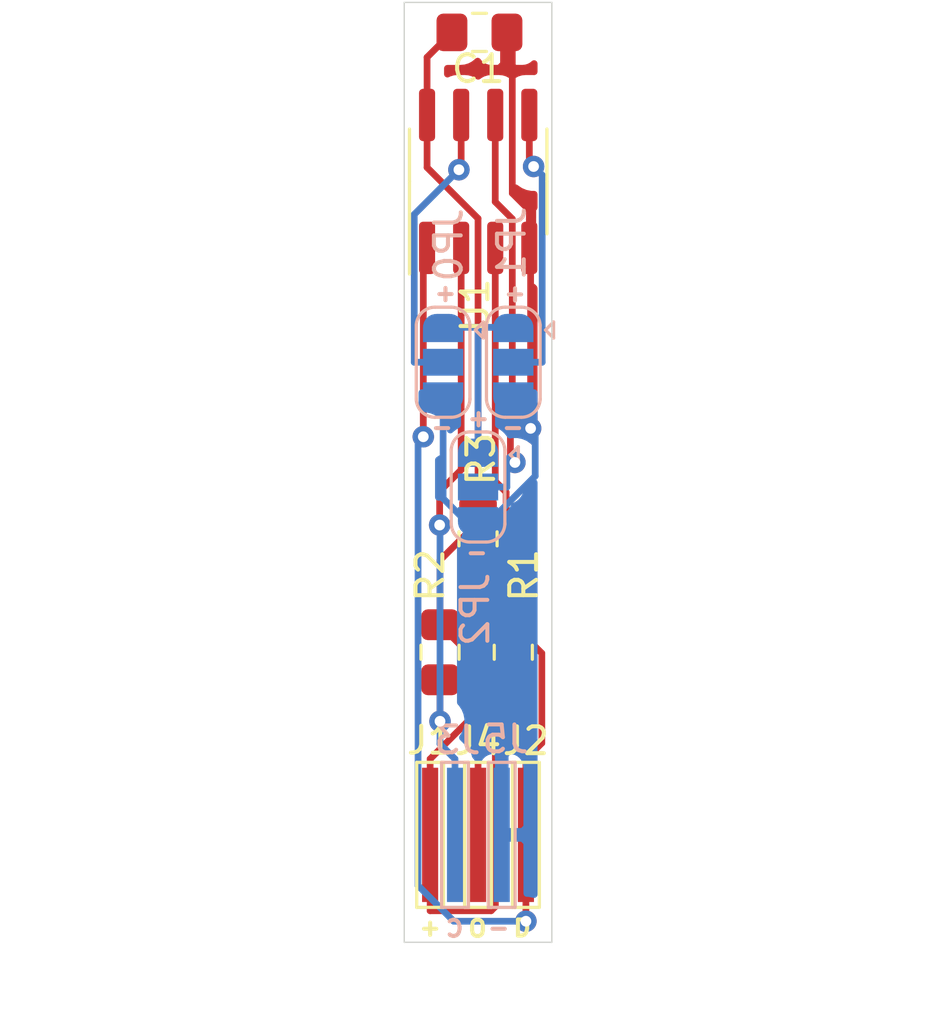
<source format=kicad_pcb>
(kicad_pcb (version 20171130) (host pcbnew 5.1.5+dfsg1-2build2)

  (general
    (thickness 1.6)
    (drawings 15)
    (tracks 92)
    (zones 0)
    (modules 13)
    (nets 10)
  )

  (page A4)
  (title_block
    (title "LM75A PROBE PCB")
    (company Galopago)
  )

  (layers
    (0 F.Cu signal)
    (31 B.Cu signal)
    (32 B.Adhes user)
    (33 F.Adhes user)
    (34 B.Paste user)
    (35 F.Paste user)
    (36 B.SilkS user)
    (37 F.SilkS user)
    (38 B.Mask user)
    (39 F.Mask user)
    (40 Dwgs.User user)
    (41 Cmts.User user)
    (42 Eco1.User user)
    (43 Eco2.User user)
    (44 Edge.Cuts user)
    (45 Margin user)
    (46 B.CrtYd user)
    (47 F.CrtYd user)
    (48 B.Fab user)
    (49 F.Fab user)
  )

  (setup
    (last_trace_width 0.25)
    (trace_clearance 0.2)
    (zone_clearance 0.508)
    (zone_45_only no)
    (trace_min 0.2)
    (via_size 0.8)
    (via_drill 0.4)
    (via_min_size 0.4)
    (via_min_drill 0.3)
    (uvia_size 0.3)
    (uvia_drill 0.1)
    (uvias_allowed no)
    (uvia_min_size 0.2)
    (uvia_min_drill 0.1)
    (edge_width 0.05)
    (segment_width 0.2)
    (pcb_text_width 0.3)
    (pcb_text_size 1.5 1.5)
    (mod_edge_width 0.12)
    (mod_text_size 1 1)
    (mod_text_width 0.15)
    (pad_size 0.6 5)
    (pad_drill 0)
    (pad_to_mask_clearance 0.051)
    (solder_mask_min_width 0.25)
    (aux_axis_origin 0 0)
    (visible_elements FFFFFF7F)
    (pcbplotparams
      (layerselection 0x010f0_ffffffff)
      (usegerberextensions false)
      (usegerberattributes false)
      (usegerberadvancedattributes false)
      (creategerberjobfile false)
      (excludeedgelayer true)
      (linewidth 0.100000)
      (plotframeref false)
      (viasonmask false)
      (mode 1)
      (useauxorigin false)
      (hpglpennumber 1)
      (hpglpenspeed 20)
      (hpglpendiameter 15.000000)
      (psnegative false)
      (psa4output false)
      (plotreference true)
      (plotvalue true)
      (plotinvisibletext false)
      (padsonsilk false)
      (subtractmaskfromsilk false)
      (outputformat 1)
      (mirror false)
      (drillshape 0)
      (scaleselection 1)
      (outputdirectory "gerber/single/"))
  )

  (net 0 "")
  (net 1 "Net-(C1-Pad2)")
  (net 2 "Net-(C1-Pad1)")
  (net 3 "Net-(JP0-Pad2)")
  (net 4 "Net-(JP0-Pad1)")
  (net 5 "Net-(JP1-Pad2)")
  (net 6 "Net-(JP2-Pad2)")
  (net 7 "Net-(J2-Pad1)")
  (net 8 "Net-(J3-Pad1)")
  (net 9 "Net-(J4-Pad1)")

  (net_class Default "This is the default net class."
    (clearance 0.2)
    (trace_width 0.25)
    (via_dia 0.8)
    (via_drill 0.4)
    (uvia_dia 0.3)
    (uvia_drill 0.1)
    (add_net "Net-(C1-Pad1)")
    (add_net "Net-(C1-Pad2)")
    (add_net "Net-(J2-Pad1)")
    (add_net "Net-(J3-Pad1)")
    (add_net "Net-(J4-Pad1)")
    (add_net "Net-(JP0-Pad1)")
    (add_net "Net-(JP0-Pad2)")
    (add_net "Net-(JP1-Pad2)")
    (add_net "Net-(JP2-Pad2)")
  )

  (module STRANDEDWIRE:StrandedWire_Pad_0.6x5.0mm (layer B.Cu) (tedit 61D26C2F) (tstamp 61D3AAC5)
    (at 103.632 131)
    (descr "SMD rectangular pad for stranded wire soldering, rectangular 0.6mm side length x 5.0mm side width")
    (tags "stranded wire SMD pad rectangle ")
    (path /61CD4D9A)
    (attr virtual)
    (fp_text reference J5 (at 0.1397 -3.5682) (layer B.SilkS)
      (effects (font (size 1 1) (thickness 0.15)) (justify mirror))
    )
    (fp_text value Conn_01x01_Female (at 0 -3.55) (layer B.Fab)
      (effects (font (size 1 1) (thickness 0.15)) (justify mirror))
    )
    (fp_line (start 0.8 -3) (end -0.8 -3) (layer B.CrtYd) (width 0.05))
    (fp_line (start 0.8 -3) (end 0.8 3) (layer B.CrtYd) (width 0.05))
    (fp_line (start -0.8 3) (end -0.8 -3) (layer B.CrtYd) (width 0.05))
    (fp_line (start -0.8 3) (end 0.8 3) (layer B.CrtYd) (width 0.05))
    (fp_line (start -0.5 -2.7) (end -0.5 2.7) (layer B.SilkS) (width 0.12))
    (fp_line (start 0.5 -2.7) (end -0.5 -2.7) (layer B.SilkS) (width 0.12))
    (fp_line (start 0.5 2.7) (end 0.5 -2.7) (layer B.SilkS) (width 0.12))
    (fp_line (start -0.5 2.7) (end 0.5 2.7) (layer B.SilkS) (width 0.12))
    (fp_text user %R (at 0 3.5) (layer B.Fab)
      (effects (font (size 1 1) (thickness 0.15)) (justify mirror))
    )
    (pad 1 smd rect (at 0 0) (size 0.6 5) (layers B.Cu B.Mask)
      (net 1 "Net-(C1-Pad2)"))
  )

  (module STRANDEDWIRE:StrandedWire_Pad_0.6x5.0mm (layer F.Cu) (tedit 61D26C2F) (tstamp 61D3AAB7)
    (at 102.75 131)
    (descr "SMD rectangular pad for stranded wire soldering, rectangular 0.6mm side length x 5.0mm side width")
    (tags "stranded wire SMD pad rectangle ")
    (path /61CD493C)
    (attr virtual)
    (fp_text reference J4 (at 0 -3.498) (layer F.SilkS)
      (effects (font (size 1 1) (thickness 0.15)))
    )
    (fp_text value Conn_01x01_Female (at 9.9117 6.2108) (layer F.Fab)
      (effects (font (size 1 1) (thickness 0.15)))
    )
    (fp_line (start 0.8 3) (end -0.8 3) (layer F.CrtYd) (width 0.05))
    (fp_line (start 0.8 3) (end 0.8 -3) (layer F.CrtYd) (width 0.05))
    (fp_line (start -0.8 -3) (end -0.8 3) (layer F.CrtYd) (width 0.05))
    (fp_line (start -0.8 -3) (end 0.8 -3) (layer F.CrtYd) (width 0.05))
    (fp_line (start -0.5 2.7) (end -0.5 -2.7) (layer F.SilkS) (width 0.12))
    (fp_line (start 0.5 2.7) (end -0.5 2.7) (layer F.SilkS) (width 0.12))
    (fp_line (start 0.5 -2.7) (end 0.5 2.7) (layer F.SilkS) (width 0.12))
    (fp_line (start -0.5 -2.7) (end 0.5 -2.7) (layer F.SilkS) (width 0.12))
    (fp_text user %R (at 0 -3.5) (layer F.Fab)
      (effects (font (size 1 1) (thickness 0.15)))
    )
    (pad 1 smd rect (at 0 0) (size 0.6 5) (layers F.Cu F.Mask)
      (net 9 "Net-(J4-Pad1)"))
  )

  (module STRANDEDWIRE:StrandedWire_Pad_0.6x5.0mm (layer B.Cu) (tedit 61D26C2F) (tstamp 61D3AAA9)
    (at 101.892 131)
    (descr "SMD rectangular pad for stranded wire soldering, rectangular 0.6mm side length x 5.0mm side width")
    (tags "stranded wire SMD pad rectangle ")
    (path /61CD445A)
    (attr virtual)
    (fp_text reference J3 (at 0.0889 -3.5301) (layer B.SilkS)
      (effects (font (size 1 1) (thickness 0.15)) (justify mirror))
    )
    (fp_text value Conn_01x01_Female (at 0 -3.55) (layer B.Fab)
      (effects (font (size 1 1) (thickness 0.15)) (justify mirror))
    )
    (fp_line (start 0.8 -3) (end -0.8 -3) (layer B.CrtYd) (width 0.05))
    (fp_line (start 0.8 -3) (end 0.8 3) (layer B.CrtYd) (width 0.05))
    (fp_line (start -0.8 3) (end -0.8 -3) (layer B.CrtYd) (width 0.05))
    (fp_line (start -0.8 3) (end 0.8 3) (layer B.CrtYd) (width 0.05))
    (fp_line (start -0.5 -2.7) (end -0.5 2.7) (layer B.SilkS) (width 0.12))
    (fp_line (start 0.5 -2.7) (end -0.5 -2.7) (layer B.SilkS) (width 0.12))
    (fp_line (start 0.5 2.7) (end 0.5 -2.7) (layer B.SilkS) (width 0.12))
    (fp_line (start -0.5 2.7) (end 0.5 2.7) (layer B.SilkS) (width 0.12))
    (fp_text user %R (at 0 3.5) (layer B.Fab)
      (effects (font (size 1 1) (thickness 0.15)) (justify mirror))
    )
    (pad 1 smd rect (at 0 0) (size 0.6 5) (layers B.Cu B.Mask)
      (net 8 "Net-(J3-Pad1)"))
  )

  (module STRANDEDWIRE:StrandedWire_Pad_0.6x5.0mm (layer F.Cu) (tedit 61D26C2F) (tstamp 61D3AA9B)
    (at 104.534 131)
    (descr "SMD rectangular pad for stranded wire soldering, rectangular 0.6mm side length x 5.0mm side width")
    (tags "stranded wire SMD pad rectangle ")
    (path /61CD3FB8)
    (attr virtual)
    (fp_text reference J2 (at 0 -3.498) (layer F.SilkS)
      (effects (font (size 1 1) (thickness 0.15)))
    )
    (fp_text value Conn_01x01_Female (at -1.2573 4.9916) (layer F.Fab)
      (effects (font (size 1 1) (thickness 0.15)))
    )
    (fp_line (start 0.8 3) (end -0.8 3) (layer F.CrtYd) (width 0.05))
    (fp_line (start 0.8 3) (end 0.8 -3) (layer F.CrtYd) (width 0.05))
    (fp_line (start -0.8 -3) (end -0.8 3) (layer F.CrtYd) (width 0.05))
    (fp_line (start -0.8 -3) (end 0.8 -3) (layer F.CrtYd) (width 0.05))
    (fp_line (start -0.5 2.7) (end -0.5 -2.7) (layer F.SilkS) (width 0.12))
    (fp_line (start 0.5 2.7) (end -0.5 2.7) (layer F.SilkS) (width 0.12))
    (fp_line (start 0.5 -2.7) (end 0.5 2.7) (layer F.SilkS) (width 0.12))
    (fp_line (start -0.5 -2.7) (end 0.5 -2.7) (layer F.SilkS) (width 0.12))
    (fp_text user %R (at 0 -3.5) (layer F.Fab)
      (effects (font (size 1 1) (thickness 0.15)))
    )
    (pad 1 smd rect (at 0 0) (size 0.6 5) (layers F.Cu F.Mask)
      (net 7 "Net-(J2-Pad1)"))
  )

  (module STRANDEDWIRE:StrandedWire_Pad_0.6x5.0mm (layer F.Cu) (tedit 61D26C2F) (tstamp 61D3AA8D)
    (at 100.965 131)
    (descr "SMD rectangular pad for stranded wire soldering, rectangular 0.6mm side length x 5.0mm side width")
    (tags "stranded wire SMD pad rectangle ")
    (path /61CD27F2)
    (attr virtual)
    (fp_text reference J1 (at 0 -3.5174) (layer F.SilkS)
      (effects (font (size 1 1) (thickness 0.15)))
    )
    (fp_text value Conn_01x01_Female (at -8.3058 6.2108) (layer F.Fab)
      (effects (font (size 1 1) (thickness 0.15)))
    )
    (fp_line (start 0.8 3) (end -0.8 3) (layer F.CrtYd) (width 0.05))
    (fp_line (start 0.8 3) (end 0.8 -3) (layer F.CrtYd) (width 0.05))
    (fp_line (start -0.8 -3) (end -0.8 3) (layer F.CrtYd) (width 0.05))
    (fp_line (start -0.8 -3) (end 0.8 -3) (layer F.CrtYd) (width 0.05))
    (fp_line (start -0.5 2.7) (end -0.5 -2.7) (layer F.SilkS) (width 0.12))
    (fp_line (start 0.5 2.7) (end -0.5 2.7) (layer F.SilkS) (width 0.12))
    (fp_line (start 0.5 -2.7) (end 0.5 2.7) (layer F.SilkS) (width 0.12))
    (fp_line (start -0.5 -2.7) (end 0.5 -2.7) (layer F.SilkS) (width 0.12))
    (fp_text user %R (at 0 -3.5) (layer F.Fab)
      (effects (font (size 1 1) (thickness 0.15)))
    )
    (pad 1 smd rect (at 0 0) (size 0.6 5) (layers F.Cu F.Mask)
      (net 2 "Net-(C1-Pad1)"))
  )

  (module Package_SO:SOIC-8_3.9x4.9mm_P1.27mm (layer F.Cu) (tedit 5D9F72B1) (tstamp 61CD44DA)
    (at 102.756 106.667 90)
    (descr "SOIC, 8 Pin (JEDEC MS-012AA, https://www.analog.com/media/en/package-pcb-resources/package/pkg_pdf/soic_narrow-r/r_8.pdf), generated with kicad-footprint-generator ipc_gullwing_generator.py")
    (tags "SOIC SO")
    (path /61CCED7D)
    (attr smd)
    (fp_text reference U1 (at -4.6228 -0.1143 90) (layer F.SilkS)
      (effects (font (size 1 1) (thickness 0.15)))
    )
    (fp_text value LM75B (at 0 3.4 90) (layer F.Fab)
      (effects (font (size 1 1) (thickness 0.15)))
    )
    (fp_text user %R (at 0 0 90) (layer F.Fab)
      (effects (font (size 0.98 0.98) (thickness 0.15)))
    )
    (fp_line (start 3.7 -2.7) (end -3.7 -2.7) (layer F.CrtYd) (width 0.05))
    (fp_line (start 3.7 2.7) (end 3.7 -2.7) (layer F.CrtYd) (width 0.05))
    (fp_line (start -3.7 2.7) (end 3.7 2.7) (layer F.CrtYd) (width 0.05))
    (fp_line (start -3.7 -2.7) (end -3.7 2.7) (layer F.CrtYd) (width 0.05))
    (fp_line (start -1.95 -1.475) (end -0.975 -2.45) (layer F.Fab) (width 0.1))
    (fp_line (start -1.95 2.45) (end -1.95 -1.475) (layer F.Fab) (width 0.1))
    (fp_line (start 1.95 2.45) (end -1.95 2.45) (layer F.Fab) (width 0.1))
    (fp_line (start 1.95 -2.45) (end 1.95 2.45) (layer F.Fab) (width 0.1))
    (fp_line (start -0.975 -2.45) (end 1.95 -2.45) (layer F.Fab) (width 0.1))
    (fp_line (start 0 -2.56) (end -3.45 -2.56) (layer F.SilkS) (width 0.12))
    (fp_line (start 0 -2.56) (end 1.95 -2.56) (layer F.SilkS) (width 0.12))
    (fp_line (start 0 2.56) (end -1.95 2.56) (layer F.SilkS) (width 0.12))
    (fp_line (start 0 2.56) (end 1.95 2.56) (layer F.SilkS) (width 0.12))
    (pad 8 smd roundrect (at 2.475 -1.905 90) (size 1.95 0.6) (layers F.Cu F.Paste F.Mask) (roundrect_rratio 0.25)
      (net 2 "Net-(C1-Pad1)"))
    (pad 7 smd roundrect (at 2.475 -0.635 90) (size 1.95 0.6) (layers F.Cu F.Paste F.Mask) (roundrect_rratio 0.25)
      (net 3 "Net-(JP0-Pad2)"))
    (pad 6 smd roundrect (at 2.475 0.635 90) (size 1.95 0.6) (layers F.Cu F.Paste F.Mask) (roundrect_rratio 0.25)
      (net 6 "Net-(JP2-Pad2)"))
    (pad 5 smd roundrect (at 2.475 1.905 90) (size 1.95 0.6) (layers F.Cu F.Paste F.Mask) (roundrect_rratio 0.25)
      (net 5 "Net-(JP1-Pad2)"))
    (pad 4 smd roundrect (at -2.475 1.905 90) (size 1.95 0.6) (layers F.Cu F.Paste F.Mask) (roundrect_rratio 0.25)
      (net 1 "Net-(C1-Pad2)"))
    (pad 3 smd roundrect (at -2.475 0.635 90) (size 1.95 0.6) (layers F.Cu F.Paste F.Mask) (roundrect_rratio 0.25)
      (net 9 "Net-(J4-Pad1)"))
    (pad 2 smd roundrect (at -2.475 -0.635 90) (size 1.95 0.6) (layers F.Cu F.Paste F.Mask) (roundrect_rratio 0.25)
      (net 8 "Net-(J3-Pad1)"))
    (pad 1 smd roundrect (at -2.475 -1.905 90) (size 1.95 0.6) (layers F.Cu F.Paste F.Mask) (roundrect_rratio 0.25)
      (net 7 "Net-(J2-Pad1)"))
    (model ${KISYS3DMOD}/Package_SO.3dshapes/SOIC-8_3.9x4.9mm_P1.27mm.wrl
      (at (xyz 0 0 0))
      (scale (xyz 1 1 1))
      (rotate (xyz 0 0 0))
    )
  )

  (module Resistor_SMD:R_0805_2012Metric_Pad1.15x1.40mm_HandSolder (layer F.Cu) (tedit 5B36C52B) (tstamp 61CD44C0)
    (at 102.75 119.977 270)
    (descr "Resistor SMD 0805 (2012 Metric), square (rectangular) end terminal, IPC_7351 nominal with elongated pad for handsoldering. (Body size source: https://docs.google.com/spreadsheets/d/1BsfQQcO9C6DZCsRaXUlFlo91Tg2WpOkGARC1WS5S8t0/edit?usp=sharing), generated with kicad-footprint-generator")
    (tags "resistor handsolder")
    (path /61CCFD31)
    (attr smd)
    (fp_text reference R3 (at -2.9718 -0.1073 90) (layer F.SilkS)
      (effects (font (size 1 1) (thickness 0.15)))
    )
    (fp_text value R (at 0 1.65 90) (layer F.Fab)
      (effects (font (size 1 1) (thickness 0.15)))
    )
    (fp_line (start -1 0.6) (end -1 -0.6) (layer F.Fab) (width 0.1))
    (fp_line (start -1 -0.6) (end 1 -0.6) (layer F.Fab) (width 0.1))
    (fp_line (start 1 -0.6) (end 1 0.6) (layer F.Fab) (width 0.1))
    (fp_line (start 1 0.6) (end -1 0.6) (layer F.Fab) (width 0.1))
    (fp_line (start -0.261252 -0.71) (end 0.261252 -0.71) (layer F.SilkS) (width 0.12))
    (fp_line (start -0.261252 0.71) (end 0.261252 0.71) (layer F.SilkS) (width 0.12))
    (fp_line (start -1.85 0.95) (end -1.85 -0.95) (layer F.CrtYd) (width 0.05))
    (fp_line (start -1.85 -0.95) (end 1.85 -0.95) (layer F.CrtYd) (width 0.05))
    (fp_line (start 1.85 -0.95) (end 1.85 0.95) (layer F.CrtYd) (width 0.05))
    (fp_line (start 1.85 0.95) (end -1.85 0.95) (layer F.CrtYd) (width 0.05))
    (fp_text user %R (at 0 0 90) (layer F.Fab)
      (effects (font (size 0.5 0.5) (thickness 0.08)))
    )
    (pad 1 smd roundrect (at -1.025 0 270) (size 1.15 1.4) (layers F.Cu F.Paste F.Mask) (roundrect_rratio 0.217391)
      (net 2 "Net-(C1-Pad1)"))
    (pad 2 smd roundrect (at 1.025 0 270) (size 1.15 1.4) (layers F.Cu F.Paste F.Mask) (roundrect_rratio 0.217391)
      (net 9 "Net-(J4-Pad1)"))
    (model ${KISYS3DMOD}/Resistor_SMD.3dshapes/R_0805_2012Metric.wrl
      (at (xyz 0 0 0))
      (scale (xyz 1 1 1))
      (rotate (xyz 0 0 0))
    )
  )

  (module Resistor_SMD:R_0805_2012Metric_Pad1.15x1.40mm_HandSolder (layer F.Cu) (tedit 5B36C52B) (tstamp 61CD2BD6)
    (at 101.333 124.2 270)
    (descr "Resistor SMD 0805 (2012 Metric), square (rectangular) end terminal, IPC_7351 nominal with elongated pad for handsoldering. (Body size source: https://docs.google.com/spreadsheets/d/1BsfQQcO9C6DZCsRaXUlFlo91Tg2WpOkGARC1WS5S8t0/edit?usp=sharing), generated with kicad-footprint-generator")
    (tags "resistor handsolder")
    (path /61CCF99C)
    (attr smd)
    (fp_text reference R2 (at -2.8642 0.3683 90) (layer F.SilkS)
      (effects (font (size 1 1) (thickness 0.15)))
    )
    (fp_text value R (at 0 1.65 90) (layer F.Fab)
      (effects (font (size 1 1) (thickness 0.15)))
    )
    (fp_line (start -1 0.6) (end -1 -0.6) (layer F.Fab) (width 0.1))
    (fp_line (start -1 -0.6) (end 1 -0.6) (layer F.Fab) (width 0.1))
    (fp_line (start 1 -0.6) (end 1 0.6) (layer F.Fab) (width 0.1))
    (fp_line (start 1 0.6) (end -1 0.6) (layer F.Fab) (width 0.1))
    (fp_line (start -0.261252 -0.71) (end 0.261252 -0.71) (layer F.SilkS) (width 0.12))
    (fp_line (start -0.261252 0.71) (end 0.261252 0.71) (layer F.SilkS) (width 0.12))
    (fp_line (start -1.85 0.95) (end -1.85 -0.95) (layer F.CrtYd) (width 0.05))
    (fp_line (start -1.85 -0.95) (end 1.85 -0.95) (layer F.CrtYd) (width 0.05))
    (fp_line (start 1.85 -0.95) (end 1.85 0.95) (layer F.CrtYd) (width 0.05))
    (fp_line (start 1.85 0.95) (end -1.85 0.95) (layer F.CrtYd) (width 0.05))
    (fp_text user %R (at 0 0 90) (layer F.Fab)
      (effects (font (size 0.5 0.5) (thickness 0.08)))
    )
    (pad 1 smd roundrect (at -1.025 0 270) (size 1.15 1.4) (layers F.Cu F.Paste F.Mask) (roundrect_rratio 0.217391)
      (net 2 "Net-(C1-Pad1)"))
    (pad 2 smd roundrect (at 1.025 0 270) (size 1.15 1.4) (layers F.Cu F.Paste F.Mask) (roundrect_rratio 0.217391)
      (net 8 "Net-(J3-Pad1)"))
    (model ${KISYS3DMOD}/Resistor_SMD.3dshapes/R_0805_2012Metric.wrl
      (at (xyz 0 0 0))
      (scale (xyz 1 1 1))
      (rotate (xyz 0 0 0))
    )
  )

  (module Resistor_SMD:R_0805_2012Metric_Pad1.15x1.40mm_HandSolder (layer F.Cu) (tedit 5B36C52B) (tstamp 61CD449E)
    (at 104.064 124.2 90)
    (descr "Resistor SMD 0805 (2012 Metric), square (rectangular) end terminal, IPC_7351 nominal with elongated pad for handsoldering. (Body size source: https://docs.google.com/spreadsheets/d/1BsfQQcO9C6DZCsRaXUlFlo91Tg2WpOkGARC1WS5S8t0/edit?usp=sharing), generated with kicad-footprint-generator")
    (tags "resistor handsolder")
    (path /61CCF666)
    (attr smd)
    (fp_text reference R1 (at 2.8642 0.3937 90) (layer F.SilkS)
      (effects (font (size 1 1) (thickness 0.15)))
    )
    (fp_text value R (at 0 1.65 90) (layer F.Fab)
      (effects (font (size 1 1) (thickness 0.15)))
    )
    (fp_line (start -1 0.6) (end -1 -0.6) (layer F.Fab) (width 0.1))
    (fp_line (start -1 -0.6) (end 1 -0.6) (layer F.Fab) (width 0.1))
    (fp_line (start 1 -0.6) (end 1 0.6) (layer F.Fab) (width 0.1))
    (fp_line (start 1 0.6) (end -1 0.6) (layer F.Fab) (width 0.1))
    (fp_line (start -0.261252 -0.71) (end 0.261252 -0.71) (layer F.SilkS) (width 0.12))
    (fp_line (start -0.261252 0.71) (end 0.261252 0.71) (layer F.SilkS) (width 0.12))
    (fp_line (start -1.85 0.95) (end -1.85 -0.95) (layer F.CrtYd) (width 0.05))
    (fp_line (start -1.85 -0.95) (end 1.85 -0.95) (layer F.CrtYd) (width 0.05))
    (fp_line (start 1.85 -0.95) (end 1.85 0.95) (layer F.CrtYd) (width 0.05))
    (fp_line (start 1.85 0.95) (end -1.85 0.95) (layer F.CrtYd) (width 0.05))
    (fp_text user %R (at 0 0 90) (layer F.Fab)
      (effects (font (size 0.5 0.5) (thickness 0.08)))
    )
    (pad 1 smd roundrect (at -1.025 0 90) (size 1.15 1.4) (layers F.Cu F.Paste F.Mask) (roundrect_rratio 0.217391)
      (net 2 "Net-(C1-Pad1)"))
    (pad 2 smd roundrect (at 1.025 0 90) (size 1.15 1.4) (layers F.Cu F.Paste F.Mask) (roundrect_rratio 0.217391)
      (net 7 "Net-(J2-Pad1)"))
    (model ${KISYS3DMOD}/Resistor_SMD.3dshapes/R_0805_2012Metric.wrl
      (at (xyz 0 0 0))
      (scale (xyz 1 1 1))
      (rotate (xyz 0 0 0))
    )
  )

  (module Jumper:SolderJumper-3_P1.3mm_Open_RoundedPad1.0x1.5mm (layer B.Cu) (tedit 5B391EB7) (tstamp 61CD448D)
    (at 102.75 118.046 270)
    (descr "SMD Solder 3-pad Jumper, 1x1.5mm rounded Pads, 0.3mm gap, open")
    (tags "solder jumper open")
    (path /61CD4B68)
    (attr virtual)
    (fp_text reference JP2 (at 4.5593 0.1086 90) (layer B.SilkS)
      (effects (font (size 1 1) (thickness 0.15)) (justify mirror))
    )
    (fp_text value SolderJumper_3_Open (at 0 -1.9 90) (layer B.Fab)
      (effects (font (size 1 1) (thickness 0.15)) (justify mirror))
    )
    (fp_line (start -1.2 -1.2) (end -0.9 -1.5) (layer B.SilkS) (width 0.12))
    (fp_line (start -1.5 -1.5) (end -0.9 -1.5) (layer B.SilkS) (width 0.12))
    (fp_line (start -1.2 -1.2) (end -1.5 -1.5) (layer B.SilkS) (width 0.12))
    (fp_line (start -2.05 -0.3) (end -2.05 0.3) (layer B.SilkS) (width 0.12))
    (fp_line (start 1.4 -1) (end -1.4 -1) (layer B.SilkS) (width 0.12))
    (fp_line (start 2.05 0.3) (end 2.05 -0.3) (layer B.SilkS) (width 0.12))
    (fp_line (start -1.4 1) (end 1.4 1) (layer B.SilkS) (width 0.12))
    (fp_line (start -2.3 1.25) (end 2.3 1.25) (layer B.CrtYd) (width 0.05))
    (fp_line (start -2.3 1.25) (end -2.3 -1.25) (layer B.CrtYd) (width 0.05))
    (fp_line (start 2.3 -1.25) (end 2.3 1.25) (layer B.CrtYd) (width 0.05))
    (fp_line (start 2.3 -1.25) (end -2.3 -1.25) (layer B.CrtYd) (width 0.05))
    (fp_arc (start 1.35 0.3) (end 2.05 0.3) (angle 90) (layer B.SilkS) (width 0.12))
    (fp_arc (start 1.35 -0.3) (end 1.35 -1) (angle 90) (layer B.SilkS) (width 0.12))
    (fp_arc (start -1.35 -0.3) (end -2.05 -0.3) (angle 90) (layer B.SilkS) (width 0.12))
    (fp_arc (start -1.35 0.3) (end -1.35 1) (angle 90) (layer B.SilkS) (width 0.12))
    (pad 1 smd custom (at -1.3 0 270) (size 1 0.5) (layers B.Cu B.Mask)
      (net 4 "Net-(JP0-Pad1)") (zone_connect 2)
      (options (clearance outline) (anchor rect))
      (primitives
        (gr_circle (center 0 -0.25) (end 0.5 -0.25) (width 0))
        (gr_circle (center 0 0.25) (end 0.5 0.25) (width 0))
        (gr_poly (pts
           (xy 0.55 0.75) (xy 0 0.75) (xy 0 -0.75) (xy 0.55 -0.75)) (width 0))
      ))
    (pad 3 smd custom (at 1.3 0 270) (size 1 0.5) (layers B.Cu B.Mask)
      (net 1 "Net-(C1-Pad2)") (zone_connect 2)
      (options (clearance outline) (anchor rect))
      (primitives
        (gr_circle (center 0 -0.25) (end 0.5 -0.25) (width 0))
        (gr_circle (center 0 0.25) (end 0.5 0.25) (width 0))
        (gr_poly (pts
           (xy -0.55 0.75) (xy 0 0.75) (xy 0 -0.75) (xy -0.55 -0.75)) (width 0))
      ))
    (pad 2 smd rect (at 0 0 270) (size 1 1.5) (layers B.Cu B.Mask)
      (net 6 "Net-(JP2-Pad2)"))
  )

  (module Jumper:SolderJumper-3_P1.3mm_Open_RoundedPad1.0x1.5mm (layer B.Cu) (tedit 5B391EB7) (tstamp 61CD4477)
    (at 104.064 113.4 270)
    (descr "SMD Solder 3-pad Jumper, 1x1.5mm rounded Pads, 0.3mm gap, open")
    (tags "solder jumper open")
    (path /61CD5545)
    (attr virtual)
    (fp_text reference JP1 (at -4.4305 0.0637 90) (layer B.SilkS)
      (effects (font (size 1 1) (thickness 0.15)) (justify mirror))
    )
    (fp_text value SolderJumper_3_Open (at 0 -1.9 90) (layer B.Fab)
      (effects (font (size 1 1) (thickness 0.15)) (justify mirror))
    )
    (fp_line (start -1.2 -1.2) (end -0.9 -1.5) (layer B.SilkS) (width 0.12))
    (fp_line (start -1.5 -1.5) (end -0.9 -1.5) (layer B.SilkS) (width 0.12))
    (fp_line (start -1.2 -1.2) (end -1.5 -1.5) (layer B.SilkS) (width 0.12))
    (fp_line (start -2.05 -0.3) (end -2.05 0.3) (layer B.SilkS) (width 0.12))
    (fp_line (start 1.4 -1) (end -1.4 -1) (layer B.SilkS) (width 0.12))
    (fp_line (start 2.05 0.3) (end 2.05 -0.3) (layer B.SilkS) (width 0.12))
    (fp_line (start -1.4 1) (end 1.4 1) (layer B.SilkS) (width 0.12))
    (fp_line (start -2.3 1.25) (end 2.3 1.25) (layer B.CrtYd) (width 0.05))
    (fp_line (start -2.3 1.25) (end -2.3 -1.25) (layer B.CrtYd) (width 0.05))
    (fp_line (start 2.3 -1.25) (end 2.3 1.25) (layer B.CrtYd) (width 0.05))
    (fp_line (start 2.3 -1.25) (end -2.3 -1.25) (layer B.CrtYd) (width 0.05))
    (fp_arc (start 1.35 0.3) (end 2.05 0.3) (angle 90) (layer B.SilkS) (width 0.12))
    (fp_arc (start 1.35 -0.3) (end 1.35 -1) (angle 90) (layer B.SilkS) (width 0.12))
    (fp_arc (start -1.35 -0.3) (end -2.05 -0.3) (angle 90) (layer B.SilkS) (width 0.12))
    (fp_arc (start -1.35 0.3) (end -1.35 1) (angle 90) (layer B.SilkS) (width 0.12))
    (pad 1 smd custom (at -1.3 0 270) (size 1 0.5) (layers B.Cu B.Mask)
      (net 4 "Net-(JP0-Pad1)") (zone_connect 2)
      (options (clearance outline) (anchor rect))
      (primitives
        (gr_circle (center 0 -0.25) (end 0.5 -0.25) (width 0))
        (gr_circle (center 0 0.25) (end 0.5 0.25) (width 0))
        (gr_poly (pts
           (xy 0.55 0.75) (xy 0 0.75) (xy 0 -0.75) (xy 0.55 -0.75)) (width 0))
      ))
    (pad 3 smd custom (at 1.3 0 270) (size 1 0.5) (layers B.Cu B.Mask)
      (net 1 "Net-(C1-Pad2)") (zone_connect 2)
      (options (clearance outline) (anchor rect))
      (primitives
        (gr_circle (center 0 -0.25) (end 0.5 -0.25) (width 0))
        (gr_circle (center 0 0.25) (end 0.5 0.25) (width 0))
        (gr_poly (pts
           (xy -0.55 0.75) (xy 0 0.75) (xy 0 -0.75) (xy -0.55 -0.75)) (width 0))
      ))
    (pad 2 smd rect (at 0 0 270) (size 1 1.5) (layers B.Cu B.Mask)
      (net 5 "Net-(JP1-Pad2)"))
  )

  (module Jumper:SolderJumper-3_P1.3mm_Open_RoundedPad1.0x1.5mm (layer B.Cu) (tedit 5B391EB7) (tstamp 61CD4461)
    (at 101.448 113.4 270)
    (descr "SMD Solder 3-pad Jumper, 1x1.5mm rounded Pads, 0.3mm gap, open")
    (tags "solder jumper open")
    (path /61CD50F5)
    (attr virtual)
    (fp_text reference JP0 (at -4.367 -0.203 90) (layer B.SilkS)
      (effects (font (size 1 1) (thickness 0.15)) (justify mirror))
    )
    (fp_text value SolderJumper_3_Open (at 0 -1.9 90) (layer B.Fab)
      (effects (font (size 1 1) (thickness 0.15)) (justify mirror))
    )
    (fp_line (start -1.2 -1.2) (end -0.9 -1.5) (layer B.SilkS) (width 0.12))
    (fp_line (start -1.5 -1.5) (end -0.9 -1.5) (layer B.SilkS) (width 0.12))
    (fp_line (start -1.2 -1.2) (end -1.5 -1.5) (layer B.SilkS) (width 0.12))
    (fp_line (start -2.05 -0.3) (end -2.05 0.3) (layer B.SilkS) (width 0.12))
    (fp_line (start 1.4 -1) (end -1.4 -1) (layer B.SilkS) (width 0.12))
    (fp_line (start 2.05 0.3) (end 2.05 -0.3) (layer B.SilkS) (width 0.12))
    (fp_line (start -1.4 1) (end 1.4 1) (layer B.SilkS) (width 0.12))
    (fp_line (start -2.3 1.25) (end 2.3 1.25) (layer B.CrtYd) (width 0.05))
    (fp_line (start -2.3 1.25) (end -2.3 -1.25) (layer B.CrtYd) (width 0.05))
    (fp_line (start 2.3 -1.25) (end 2.3 1.25) (layer B.CrtYd) (width 0.05))
    (fp_line (start 2.3 -1.25) (end -2.3 -1.25) (layer B.CrtYd) (width 0.05))
    (fp_arc (start 1.35 0.3) (end 2.05 0.3) (angle 90) (layer B.SilkS) (width 0.12))
    (fp_arc (start 1.35 -0.3) (end 1.35 -1) (angle 90) (layer B.SilkS) (width 0.12))
    (fp_arc (start -1.35 -0.3) (end -2.05 -0.3) (angle 90) (layer B.SilkS) (width 0.12))
    (fp_arc (start -1.35 0.3) (end -1.35 1) (angle 90) (layer B.SilkS) (width 0.12))
    (pad 1 smd custom (at -1.3 0 270) (size 1 0.5) (layers B.Cu B.Mask)
      (net 4 "Net-(JP0-Pad1)") (zone_connect 2)
      (options (clearance outline) (anchor rect))
      (primitives
        (gr_circle (center 0 -0.25) (end 0.5 -0.25) (width 0))
        (gr_circle (center 0 0.25) (end 0.5 0.25) (width 0))
        (gr_poly (pts
           (xy 0.55 0.75) (xy 0 0.75) (xy 0 -0.75) (xy 0.55 -0.75)) (width 0))
      ))
    (pad 3 smd custom (at 1.3 0 270) (size 1 0.5) (layers B.Cu B.Mask)
      (net 1 "Net-(C1-Pad2)") (zone_connect 2)
      (options (clearance outline) (anchor rect))
      (primitives
        (gr_circle (center 0 -0.25) (end 0.5 -0.25) (width 0))
        (gr_circle (center 0 0.25) (end 0.5 0.25) (width 0))
        (gr_poly (pts
           (xy -0.55 0.75) (xy 0 0.75) (xy 0 -0.75) (xy -0.55 -0.75)) (width 0))
      ))
    (pad 2 smd rect (at 0 0 270) (size 1 1.5) (layers B.Cu B.Mask)
      (net 3 "Net-(JP0-Pad2)"))
  )

  (module Capacitor_SMD:C_0805_2012Metric_Pad1.15x1.40mm_HandSolder (layer F.Cu) (tedit 5B36C52B) (tstamp 61CD6892)
    (at 102.803 101.117)
    (descr "Capacitor SMD 0805 (2012 Metric), square (rectangular) end terminal, IPC_7351 nominal with elongated pad for handsoldering. (Body size source: https://docs.google.com/spreadsheets/d/1BsfQQcO9C6DZCsRaXUlFlo91Tg2WpOkGARC1WS5S8t0/edit?usp=sharing), generated with kicad-footprint-generator")
    (tags "capacitor handsolder")
    (path /61CD5A21)
    (attr smd)
    (fp_text reference C1 (at -0.0471 1.3589) (layer F.SilkS)
      (effects (font (size 1 1) (thickness 0.15)))
    )
    (fp_text value C (at 0 1.65) (layer F.Fab)
      (effects (font (size 1 1) (thickness 0.15)))
    )
    (fp_text user %R (at 0 0) (layer F.Fab)
      (effects (font (size 0.5 0.5) (thickness 0.08)))
    )
    (fp_line (start 1.85 0.95) (end -1.85 0.95) (layer F.CrtYd) (width 0.05))
    (fp_line (start 1.85 -0.95) (end 1.85 0.95) (layer F.CrtYd) (width 0.05))
    (fp_line (start -1.85 -0.95) (end 1.85 -0.95) (layer F.CrtYd) (width 0.05))
    (fp_line (start -1.85 0.95) (end -1.85 -0.95) (layer F.CrtYd) (width 0.05))
    (fp_line (start -0.261252 0.71) (end 0.261252 0.71) (layer F.SilkS) (width 0.12))
    (fp_line (start -0.261252 -0.71) (end 0.261252 -0.71) (layer F.SilkS) (width 0.12))
    (fp_line (start 1 0.6) (end -1 0.6) (layer F.Fab) (width 0.1))
    (fp_line (start 1 -0.6) (end 1 0.6) (layer F.Fab) (width 0.1))
    (fp_line (start -1 -0.6) (end 1 -0.6) (layer F.Fab) (width 0.1))
    (fp_line (start -1 0.6) (end -1 -0.6) (layer F.Fab) (width 0.1))
    (pad 2 smd roundrect (at 1.025 0) (size 1.15 1.4) (layers F.Cu F.Paste F.Mask) (roundrect_rratio 0.217391)
      (net 1 "Net-(C1-Pad2)"))
    (pad 1 smd roundrect (at -1.025 0) (size 1.15 1.4) (layers F.Cu F.Paste F.Mask) (roundrect_rratio 0.217391)
      (net 2 "Net-(C1-Pad1)"))
    (model ${KISYS3DMOD}/Capacitor_SMD.3dshapes/C_0805_2012Metric.wrl
      (at (xyz 0 0 0))
      (scale (xyz 1 1 1))
      (rotate (xyz 0 0 0))
    )
  )

  (gr_text + (at 102.7684 115.4811) (layer B.SilkS) (tstamp 61CD30CD)
    (effects (font (size 0.6 0.6) (thickness 0.15)) (justify mirror))
  )
  (gr_text + (at 104.1273 110.8329) (layer B.SilkS) (tstamp 61CD30CB)
    (effects (font (size 0.6 0.6) (thickness 0.15)) (justify mirror))
  )
  (gr_text + (at 101.5365 110.8202) (layer B.SilkS) (tstamp 61CD30C6)
    (effects (font (size 0.6 0.6) (thickness 0.15)) (justify mirror))
  )
  (gr_text - (at 101.4095 115.8113) (layer B.SilkS) (tstamp 61CD3094)
    (effects (font (size 0.6 0.6) (thickness 0.15)) (justify mirror))
  )
  (gr_text - (at 104.0511 115.8113) (layer B.SilkS) (tstamp 61CD3092)
    (effects (font (size 0.6 0.6) (thickness 0.15)) (justify mirror))
  )
  (gr_text - (at 102.7049 120.4722) (layer B.SilkS) (tstamp 61CD305F)
    (effects (font (size 0.6 0.6) (thickness 0.15)) (justify mirror))
  )
  (gr_text D (at 104.394 134.4803) (layer F.SilkS) (tstamp 61CD2E86)
    (effects (font (size 0.6 0.6) (thickness 0.15)))
  )
  (gr_text C (at 101.8794 134.493) (layer B.SilkS) (tstamp 61CD2E81)
    (effects (font (size 0.6 0.6) (thickness 0.15)) (justify mirror))
  )
  (gr_text O (at 102.7303 134.493) (layer F.SilkS) (tstamp 61CD2E45)
    (effects (font (size 0.6 0.6) (thickness 0.15)))
  )
  (gr_text - (at 103.5177 134.4549) (layer B.SilkS) (tstamp 61CD2DDA)
    (effects (font (size 0.6 0.6) (thickness 0.15)) (justify mirror))
  )
  (gr_text + (at 100.965 134.4549) (layer F.SilkS)
    (effects (font (size 0.6 0.6) (thickness 0.15)))
  )
  (gr_line (start 100 135) (end 105.5 135) (layer Edge.Cuts) (width 0.05))
  (gr_line (start 100 100) (end 105.5 100) (layer Edge.Cuts) (width 0.05))
  (gr_line (start 105.5 100) (end 105.5 135) (layer Edge.Cuts) (width 0.05))
  (gr_line (start 100 100) (end 100 135) (layer Edge.Cuts) (width 0.05))

  (segment (start 103.828 101.117) (end 104.026 101.315) (width 0.25) (layer F.Cu) (net 1))
  (segment (start 104.026 101.315) (end 104.026 107.1067) (width 0.25) (layer F.Cu) (net 1))
  (segment (start 104.026 107.1067) (end 104.661 107.7417) (width 0.25) (layer F.Cu) (net 1))
  (segment (start 104.661 107.7417) (end 104.661 109.142) (width 0.25) (layer F.Cu) (net 1))
  (segment (start 103.1733 119.346) (end 102.75 119.346) (width 0.25) (layer B.Cu) (net 1))
  (segment (start 104.709 115.8631) (end 104.8798 116.0339) (width 0.25) (layer B.Cu) (net 1))
  (segment (start 104.8798 116.0339) (end 104.8798 117.6395) (width 0.25) (layer B.Cu) (net 1))
  (segment (start 104.8798 117.6395) (end 103.1733 119.346) (width 0.25) (layer B.Cu) (net 1))
  (segment (start 103.1733 119.346) (end 103.632 119.8047) (width 0.25) (layer B.Cu) (net 1))
  (segment (start 103.632 119.8047) (end 103.632 131) (width 0.25) (layer B.Cu) (net 1))
  (segment (start 104.064 114.7) (end 104.064 115.2181) (width 0.25) (layer B.Cu) (net 1))
  (segment (start 104.064 115.2181) (end 104.709 115.8631) (width 0.25) (layer B.Cu) (net 1))
  (segment (start 104.661 109.142) (end 104.709 109.19) (width 0.25) (layer F.Cu) (net 1))
  (segment (start 104.709 109.19) (end 104.709 115.8631) (width 0.25) (layer F.Cu) (net 1))
  (segment (start 101.448 114.7) (end 101.448 118.4713) (width 0.25) (layer B.Cu) (net 1))
  (segment (start 101.448 118.4713) (end 102.3227 119.346) (width 0.25) (layer B.Cu) (net 1))
  (segment (start 102.3227 119.346) (end 102.75 119.346) (width 0.25) (layer B.Cu) (net 1))
  (via (at 104.709 115.8631) (size 0.8) (layers F.Cu B.Cu) (net 1))
  (segment (start 101.333 123.175) (end 101.333 120.7736) (width 0.25) (layer F.Cu) (net 2))
  (segment (start 101.333 120.7736) (end 102.75 119.3566) (width 0.25) (layer F.Cu) (net 2))
  (segment (start 102.75 119.3566) (end 102.75 118.952) (width 0.25) (layer F.Cu) (net 2))
  (segment (start 100.851 104.192) (end 100.851 106.1477) (width 0.25) (layer F.Cu) (net 2))
  (segment (start 100.851 106.1477) (end 102.75 108.0467) (width 0.25) (layer F.Cu) (net 2))
  (segment (start 102.75 108.0467) (end 102.75 118.952) (width 0.25) (layer F.Cu) (net 2))
  (segment (start 101.778 101.117) (end 100.851 102.044) (width 0.25) (layer F.Cu) (net 2))
  (segment (start 100.851 102.044) (end 100.851 104.192) (width 0.25) (layer F.Cu) (net 2))
  (segment (start 100.965 131) (end 100.965 133.8253) (width 0.25) (layer F.Cu) (net 2))
  (segment (start 100.965 131) (end 100.965 128.1747) (width 0.25) (layer F.Cu) (net 2))
  (segment (start 100.965 128.1747) (end 102.4016 126.7381) (width 0.25) (layer F.Cu) (net 2))
  (segment (start 102.4016 126.7381) (end 102.4016 124.2436) (width 0.25) (layer F.Cu) (net 2))
  (segment (start 102.4016 124.2436) (end 101.333 123.175) (width 0.25) (layer F.Cu) (net 2))
  (segment (start 104.064 125.225) (end 103.3946 125.8944) (width 0.25) (layer F.Cu) (net 2))
  (segment (start 103.3946 125.8944) (end 103.3946 133.6691) (width 0.25) (layer F.Cu) (net 2))
  (segment (start 103.3946 133.6691) (end 103.2384 133.8253) (width 0.25) (layer F.Cu) (net 2))
  (segment (start 103.2384 133.8253) (end 100.965 133.8253) (width 0.25) (layer F.Cu) (net 2))
  (segment (start 101.448 113.4) (end 100.3727 113.4) (width 0.25) (layer B.Cu) (net 3))
  (segment (start 102.0373 106.2316) (end 102.121 106.1479) (width 0.25) (layer F.Cu) (net 3))
  (segment (start 102.121 106.1479) (end 102.121 104.192) (width 0.25) (layer F.Cu) (net 3))
  (segment (start 100.3727 113.4) (end 100.3727 107.8962) (width 0.25) (layer B.Cu) (net 3))
  (segment (start 100.3727 107.8962) (end 102.0373 106.2316) (width 0.25) (layer B.Cu) (net 3))
  (via (at 102.0373 106.2316) (size 0.8) (layers F.Cu B.Cu) (net 3))
  (segment (start 102.75 112.1) (end 104.064 112.1) (width 0.25) (layer B.Cu) (net 4))
  (segment (start 101.448 112.1) (end 102.75 112.1) (width 0.25) (layer B.Cu) (net 4))
  (segment (start 102.75 112.1) (end 102.75 116.746) (width 0.25) (layer B.Cu) (net 4))
  (segment (start 104.064 113.4) (end 105.1393 113.4) (width 0.25) (layer B.Cu) (net 5))
  (segment (start 104.8205 106.1112) (end 104.661 105.9517) (width 0.25) (layer F.Cu) (net 5))
  (segment (start 104.661 105.9517) (end 104.661 104.192) (width 0.25) (layer F.Cu) (net 5))
  (segment (start 105.1393 113.4) (end 105.1393 106.43) (width 0.25) (layer B.Cu) (net 5))
  (segment (start 105.1393 106.43) (end 104.8205 106.1112) (width 0.25) (layer B.Cu) (net 5))
  (via (at 104.8205 106.1112) (size 0.8) (layers F.Cu B.Cu) (net 5))
  (segment (start 103.391 104.192) (end 103.391 107.4267) (width 0.25) (layer F.Cu) (net 6))
  (segment (start 103.391 107.4267) (end 104.026 108.0617) (width 0.25) (layer F.Cu) (net 6))
  (segment (start 104.026 108.0617) (end 104.026 115.5109) (width 0.25) (layer F.Cu) (net 6))
  (segment (start 104.026 115.5109) (end 103.9559 115.581) (width 0.25) (layer F.Cu) (net 6))
  (segment (start 103.9559 115.581) (end 103.9559 116.9634) (width 0.25) (layer F.Cu) (net 6))
  (segment (start 103.9559 116.9634) (end 104.1243 117.1318) (width 0.25) (layer F.Cu) (net 6))
  (segment (start 102.75 118.046) (end 103.8253 118.046) (width 0.25) (layer B.Cu) (net 6))
  (segment (start 103.8253 118.046) (end 103.8253 117.4308) (width 0.25) (layer B.Cu) (net 6))
  (segment (start 103.8253 117.4308) (end 104.1243 117.1318) (width 0.25) (layer B.Cu) (net 6))
  (via (at 104.1243 117.1318) (size 0.8) (layers F.Cu B.Cu) (net 6))
  (segment (start 104.534 131) (end 104.534 128.1747) (width 0.25) (layer F.Cu) (net 7))
  (segment (start 104.064 123.175) (end 105.1275 124.2385) (width 0.25) (layer F.Cu) (net 7))
  (segment (start 105.1275 124.2385) (end 105.1275 127.5812) (width 0.25) (layer F.Cu) (net 7))
  (segment (start 105.1275 127.5812) (end 104.534 128.1747) (width 0.25) (layer F.Cu) (net 7))
  (segment (start 104.534 131) (end 104.534 134.2158) (width 0.25) (layer F.Cu) (net 7))
  (segment (start 100.71 116.1742) (end 100.5148 116.3694) (width 0.25) (layer B.Cu) (net 7))
  (segment (start 100.5148 116.3694) (end 100.5148 132.8857) (width 0.25) (layer B.Cu) (net 7))
  (segment (start 100.5148 132.8857) (end 101.8449 134.2158) (width 0.25) (layer B.Cu) (net 7))
  (segment (start 101.8449 134.2158) (end 104.534 134.2158) (width 0.25) (layer B.Cu) (net 7))
  (segment (start 100.851 109.142) (end 100.71 109.283) (width 0.25) (layer F.Cu) (net 7))
  (segment (start 100.71 109.283) (end 100.71 116.1742) (width 0.25) (layer F.Cu) (net 7))
  (via (at 100.71 116.1742) (size 0.8) (layers F.Cu B.Cu) (net 7))
  (via (at 104.534 134.2158) (size 0.8) (layers F.Cu B.Cu) (net 7))
  (segment (start 101.3199 119.4631) (end 101.3199 118.2077) (width 0.25) (layer F.Cu) (net 8))
  (segment (start 101.3199 118.2077) (end 102.121 117.4066) (width 0.25) (layer F.Cu) (net 8))
  (segment (start 102.121 117.4066) (end 102.121 109.142) (width 0.25) (layer F.Cu) (net 8))
  (segment (start 101.333 126.77) (end 101.333 119.4762) (width 0.25) (layer B.Cu) (net 8))
  (segment (start 101.333 119.4762) (end 101.3199 119.4631) (width 0.25) (layer B.Cu) (net 8))
  (segment (start 101.892 128.1747) (end 101.333 127.6157) (width 0.25) (layer B.Cu) (net 8))
  (segment (start 101.333 127.6157) (end 101.333 126.77) (width 0.25) (layer B.Cu) (net 8))
  (segment (start 101.333 125.225) (end 101.333 126.77) (width 0.25) (layer F.Cu) (net 8))
  (segment (start 101.892 131) (end 101.892 128.1747) (width 0.25) (layer B.Cu) (net 8))
  (via (at 101.3199 119.4631) (size 0.8) (layers F.Cu B.Cu) (net 8))
  (via (at 101.333 126.77) (size 0.8) (layers F.Cu B.Cu) (net 8))
  (segment (start 102.75 121.002) (end 103.7968 119.9552) (width 0.25) (layer F.Cu) (net 9))
  (segment (start 103.7968 119.9552) (end 103.7968 118.2404) (width 0.25) (layer F.Cu) (net 9))
  (segment (start 103.7968 118.2404) (end 103.391 117.8346) (width 0.25) (layer F.Cu) (net 9))
  (segment (start 103.391 117.8346) (end 103.391 109.142) (width 0.25) (layer F.Cu) (net 9))
  (segment (start 102.75 128.1747) (end 102.8952 128.0295) (width 0.25) (layer F.Cu) (net 9))
  (segment (start 102.8952 128.0295) (end 102.8952 121.1472) (width 0.25) (layer F.Cu) (net 9))
  (segment (start 102.8952 121.1472) (end 102.75 121.002) (width 0.25) (layer F.Cu) (net 9))
  (segment (start 102.75 131) (end 102.75 128.1747) (width 0.25) (layer F.Cu) (net 9))

  (zone (net 1) (net_name "Net-(C1-Pad2)") (layer F.Cu) (tstamp 61D3B873) (hatch edge 0.508)
    (connect_pads (clearance 0.508))
    (min_thickness 0.254)
    (fill yes (arc_segments 32) (thermal_gap 0.508) (thermal_bridge_width 0.508))
    (polygon
      (pts
        (xy 105.5878 135.1661) (xy 99.8855 135.1661) (xy 99.9109 99.9236) (xy 105.5878 99.9236)
      )
    )
    (filled_polygon
      (pts
        (xy 104.84 110.64525) (xy 104.84 116.383789) (xy 104.784074 116.327863) (xy 104.7159 116.282311) (xy 104.7159 115.832418)
        (xy 104.731546 115.803147) (xy 104.775003 115.659886) (xy 104.786 115.548233) (xy 104.786 115.548223) (xy 104.789676 115.510901)
        (xy 104.786 115.473578) (xy 104.786 110.752) (xy 104.788002 110.752) (xy 104.788002 110.593252)
      )
    )
    (filled_polygon
      (pts
        (xy 104.788 109.015) (xy 104.808 109.015) (xy 104.808 109.269) (xy 104.788 109.269) (xy 104.788 109.289)
        (xy 104.786 109.289) (xy 104.786 108.099033) (xy 104.788 108.078727)
      )
    )
    (filled_polygon
      (pts
        (xy 104.160726 106.915137) (xy 104.330244 107.028405) (xy 104.518602 107.106426) (xy 104.718561 107.1462) (xy 104.84 107.1462)
        (xy 104.84 107.63875) (xy 104.788 107.69075) (xy 104.788 108.044673) (xy 104.775003 107.912714) (xy 104.731546 107.769453)
        (xy 104.660974 107.637424) (xy 104.589799 107.550697) (xy 104.566001 107.521699) (xy 104.537004 107.497902) (xy 104.151 107.111899)
        (xy 104.151 106.905411)
      )
    )
    (filled_polygon
      (pts
        (xy 103.955 100.99) (xy 103.975 100.99) (xy 103.975 101.244) (xy 103.955 101.244) (xy 103.955 102.29325)
        (xy 104.11375 102.452) (xy 104.403 102.455072) (xy 104.527482 102.442812) (xy 104.64718 102.406502) (xy 104.757494 102.347537)
        (xy 104.84 102.279826) (xy 104.84 102.581784) (xy 104.811 102.578928) (xy 104.511 102.578928) (xy 104.357255 102.594071)
        (xy 104.209418 102.638916) (xy 104.073171 102.711742) (xy 104.026 102.750454) (xy 103.978829 102.711742) (xy 103.842582 102.638916)
        (xy 103.694745 102.594071) (xy 103.541 102.578928) (xy 103.241 102.578928) (xy 103.087255 102.594071) (xy 102.939418 102.638916)
        (xy 102.803171 102.711742) (xy 102.756 102.750454) (xy 102.708829 102.711742) (xy 102.572582 102.638916) (xy 102.424745 102.594071)
        (xy 102.271 102.578928) (xy 101.971 102.578928) (xy 101.817255 102.594071) (xy 101.669418 102.638916) (xy 101.611 102.670141)
        (xy 101.611 102.455072) (xy 102.103001 102.455072) (xy 102.276255 102.438008) (xy 102.442851 102.387472) (xy 102.596387 102.305405)
        (xy 102.730962 102.194962) (xy 102.736342 102.188406) (xy 102.801815 102.268185) (xy 102.898506 102.347537) (xy 103.00882 102.406502)
        (xy 103.128518 102.442812) (xy 103.253 102.455072) (xy 103.54225 102.452) (xy 103.701 102.29325) (xy 103.701 101.244)
        (xy 103.681 101.244) (xy 103.681 100.99) (xy 103.701 100.99) (xy 103.701 100.97) (xy 103.955 100.97)
      )
    )
  )
  (zone (net 1) (net_name "Net-(C1-Pad2)") (layer B.Cu) (tstamp 61D3B870) (hatch edge 0.508)
    (connect_pads (clearance 0.508))
    (min_thickness 0.254)
    (fill yes (arc_segments 32) (thermal_gap 0.508) (thermal_bridge_width 0.508))
    (polygon
      (pts
        (xy 105.5751 135.1661) (xy 99.8728 135.1661) (xy 99.9109 99.9236) (xy 105.5878 99.9109)
      )
    )
    (filled_polygon
      (pts
        (xy 104.840001 133.222274) (xy 104.835898 133.220574) (xy 104.635939 133.1808) (xy 104.569629 133.1808) (xy 104.567 131.28575)
        (xy 104.40825 131.127) (xy 103.759 131.127) (xy 103.759 131.147) (xy 103.505 131.147) (xy 103.505 131.127)
        (xy 103.485 131.127) (xy 103.485 130.873) (xy 103.505 130.873) (xy 103.505 128.02375) (xy 103.759 128.02375)
        (xy 103.759 130.873) (xy 104.40825 130.873) (xy 104.567 130.71425) (xy 104.570072 128.5) (xy 104.557812 128.375518)
        (xy 104.521502 128.25582) (xy 104.462537 128.145506) (xy 104.383185 128.048815) (xy 104.286494 127.969463) (xy 104.17618 127.910498)
        (xy 104.056482 127.874188) (xy 103.932 127.861928) (xy 103.91775 127.865) (xy 103.759 128.02375) (xy 103.505 128.02375)
        (xy 103.34625 127.865) (xy 103.332 127.861928) (xy 103.207518 127.874188) (xy 103.08782 127.910498) (xy 102.977506 127.969463)
        (xy 102.880815 128.048815) (xy 102.801463 128.145506) (xy 102.762 128.219335) (xy 102.722537 128.145506) (xy 102.643291 128.048944)
        (xy 102.641003 128.025714) (xy 102.597546 127.882453) (xy 102.526974 127.750424) (xy 102.475092 127.687205) (xy 102.455799 127.663696)
        (xy 102.455795 127.663692) (xy 102.432001 127.634699) (xy 102.403007 127.610905) (xy 102.170959 127.378857) (xy 102.250205 127.260256)
        (xy 102.328226 127.071898) (xy 102.368 126.871939) (xy 102.368 126.668061) (xy 102.328226 126.468102) (xy 102.250205 126.279744)
        (xy 102.136937 126.110226) (xy 102.093 126.066289) (xy 102.093 120.153711) (xy 102.123837 120.122874) (xy 102.237105 119.953356)
        (xy 102.315126 119.764998) (xy 102.3549 119.565039) (xy 102.3549 119.361161) (xy 102.319675 119.184072) (xy 103.5 119.184072)
        (xy 103.624482 119.171812) (xy 103.74418 119.135502) (xy 103.854494 119.076537) (xy 103.951185 118.997185) (xy 104.030537 118.900494)
        (xy 104.089502 118.79018) (xy 104.099567 118.757) (xy 104.117547 118.751546) (xy 104.249576 118.680974) (xy 104.365301 118.586001)
        (xy 104.460274 118.470276) (xy 104.530846 118.338247) (xy 104.574303 118.194986) (xy 104.587581 118.060179) (xy 104.614556 118.049005)
        (xy 104.784074 117.935737) (xy 104.840001 117.87981)
      )
    )
    (filled_polygon
      (pts
        (xy 101.361928 117.296) (xy 101.374188 117.420482) (xy 101.374345 117.421) (xy 101.374188 117.421518) (xy 101.361928 117.546)
        (xy 101.361928 118.4281) (xy 101.2748 118.4281) (xy 101.2748 117.041596) (xy 101.361928 116.98338)
      )
    )
    (filled_polygon
      (pts
        (xy 104.84 116.383789) (xy 104.784074 116.327863) (xy 104.614556 116.214595) (xy 104.426198 116.136574) (xy 104.226239 116.0968)
        (xy 104.022361 116.0968) (xy 103.942663 116.112653) (xy 103.917042 116.074309) (xy 103.83769 115.977618) (xy 103.768382 115.90831)
        (xy 103.671691 115.828958) (xy 103.590192 115.774502) (xy 103.51 115.731638) (xy 103.51 114.538072) (xy 104.814 114.538072)
        (xy 104.84 114.535511)
      )
    )
    (filled_polygon
      (pts
        (xy 100.698 114.538072) (xy 101.990001 114.538072) (xy 101.990001 115.731638) (xy 101.909808 115.774502) (xy 101.828309 115.828958)
        (xy 101.731618 115.90831) (xy 101.715579 115.924349) (xy 101.705226 115.872302) (xy 101.627205 115.683944) (xy 101.513937 115.514426)
        (xy 101.369774 115.370263) (xy 101.200256 115.256995) (xy 101.011898 115.178974) (xy 100.811939 115.1392) (xy 100.66 115.1392)
        (xy 100.66 114.534329)
      )
    )
  )
)

</source>
